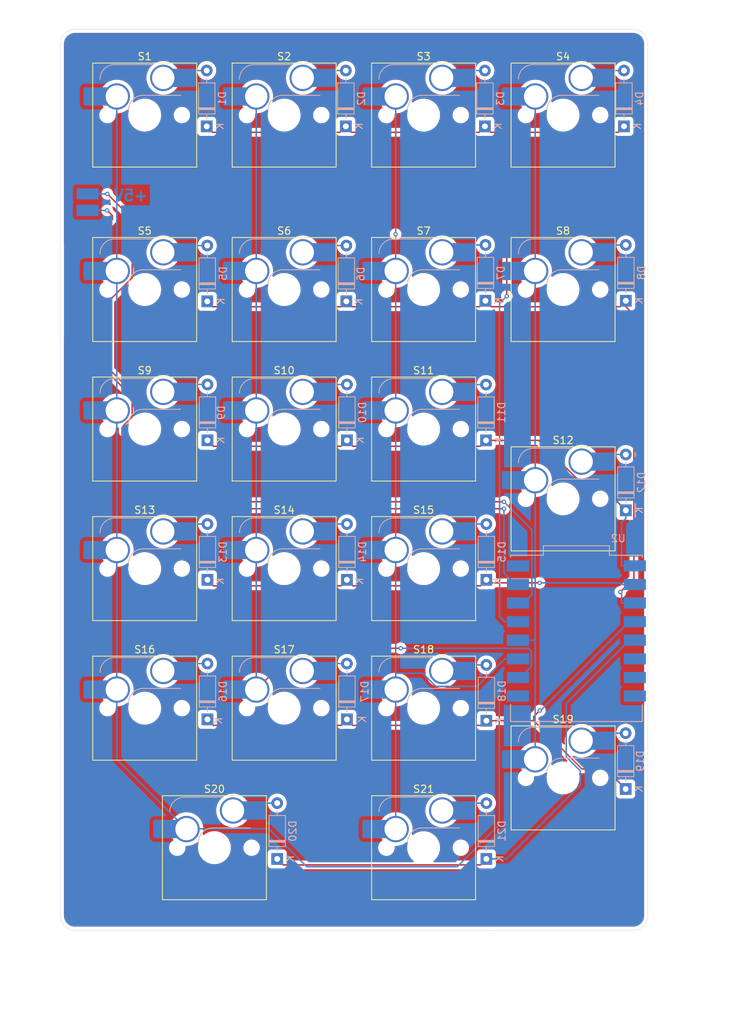
<source format=kicad_pcb>
(kicad_pcb (version 20240108) (generator "pcbnew") (generator_version "8.0")
  (layers (0 "F.Cu" signal) (31 "B.Cu" signal) (34 "B.Paste" user) (35 "F.Paste" user) (36 "B.SilkS" user "B.Silkscreen") (37 "F.SilkS" user "F.Silkscreen") (38 "B.Mask" user) (39 "F.Mask" user) (44 "Edge.Cuts" user))
  (net 0 "")
  (net 1 "Net-(D1-A)")
  (net 2 "Linha 0")
  (net 3 "Net-(D2-A)")
  (net 4 "Net-(D3-A)")
  (net 5 "Net-(D4-A)")
  (net 6 "Net-(D5-A)")
  (net 7 "Linha 1")
  (net 8 "Net-(D6-A)")
  (net 9 "Net-(D7-A)")
  (net 10 "Net-(D8-A)")
  (net 11 "Net-(D9-A)")
  (net 12 "Linha 2")
  (net 13 "Net-(D10-A)")
  (net 14 "Net-(D11-A)")
  (net 15 "Net-(D12-A)")
  (net 16 "Linha 3")
  (net 17 "Net-(D13-A)")
  (net 18 "Net-(D14-A)")
  (net 19 "Net-(D15-A)")
  (net 20 "Net-(D16-A)")
  (net 21 "Linha 4")
  (net 22 "Net-(D18-A)")
  (net 23 "Coluna 0")
  (net 24 "Coluna 1")
  (net 25 "Coluna 2")
  (net 26 "Coluna 3")
  (net 27 "Alimentação +")
  (net 28 "Linha 5")
  (net 29 "Alimentação -")
  (net 30 "Net-(D17-A)")
  (net 31 "Net-(D19-A)")
  (net 32 "Net-(D20-A)")
  (net 33 "Net-(D21-A)")
  (footprint "ScottoKeebs_Hotswap:Hotswap_MX_Plated_1.00u" (layer "F.Cu") (at 93.485 38.6425)
    (property "Reference" "S4")
    (property "Value" "Keyswitch")
  )
  (footprint "ScottoKeebs_Hotswap:Hotswap_MX_Plated_1.00u" (layer "F.Cu") (at 74.435 100.555)
    (property "Reference" "S15")
    (property "Value" "Keyswitch")
  )
  (footprint "ScottoKeebs_Hotswap:Hotswap_MX_Plated_1.00u" (layer "F.Cu") (at 36.335 62.455)
    (property "Reference" "S5")
    (property "Value" "Keyswitch")
  )
  (footprint "ScottoKeebs_Hotswap:Hotswap_MX_Plated_1.00u" (layer "F.Cu") (at 36.335 38.6425)
    (property "Reference" "S1")
    (property "Value" "Keyswitch")
  )
  (footprint "ScottoKeebs_Hotswap:Hotswap_MX_Plated_1.00u" (layer "F.Cu") (at 55.385 38.6425)
    (property "Reference" "S2")
    (property "Value" "Keyswitch")
  )
  (footprint "ScottoKeebs_Hotswap:Hotswap_MX_Plated_1.00u" (layer "F.Cu") (at 36.335 119.605)
    (property "Reference" "S16")
    (property "Value" "Keyswitch")
  )
  (footprint "ScottoKeebs_Hotswap:Hotswap_MX_Plated_1.00u" (layer "F.Cu") (at 55.385 100.555)
    (property "Reference" "S14")
    (property "Value" "Keyswitch")
  )
  (footprint "ScottoKeebs_Hotswap:Hotswap_MX_Plated_1.00u" (layer "F.Cu") (at 74.435 138.655)
    (property "Reference" "S21")
    (property "Value" "Keyswitch")
  )
  (footprint "ScottoKeebs_Hotswap:Hotswap_MX_Plated_1.00u" (layer "F.Cu") (at 74.435 38.6425)
    (property "Reference" "S3")
    (property "Value" "Keyswitch")
  )
  (footprint "ScottoKeebs_Hotswap:Hotswap_MX_Plated_1.00u" (layer "F.Cu") (at 55.385 119.605)
    (property "Reference" "S17")
    (property "Value" "Keyswitch")
  )
  (footprint "ScottoKeebs_Hotswap:Hotswap_MX_Plated_1.00u" (layer "F.Cu") (at 36.335 100.555)
    (property "Reference" "S13")
    (property "Value" "Keyswitch")
  )
  (footprint "" (layer "F.Cu") (at 28.54 49.4)
    (property "Reference" "")
    (property "Value" "")
  )
  (footprint "ScottoKeebs_Hotswap:Hotswap_MX_Plated_1.00u" (layer "F.Cu") (at 45.86 138.655)
    (property "Reference" "S20")
    (property "Value" "Keyswitch")
  )
  (footprint "ScottoKeebs_Hotswap:Hotswap_MX_Plated_1.00u" (layer "F.Cu") (at 55.385 81.505)
    (property "Reference" "S10")
    (property "Value" "Keyswitch")
  )
  (footprint "ScottoKeebs_Hotswap:Hotswap_MX_Plated_1.00u" (layer "F.Cu") (at 93.485 129.13)
    (property "Reference" "S19")
    (property "Value" "Keyswitch")
  )
  (footprint "ScottoKeebs_Hotswap:Hotswap_MX_Plated_1.00u" (layer "F.Cu") (at 55.385 62.455)
    (property "Reference" "S6")
    (property "Value" "Keyswitch")
  )
  (footprint "ScottoKeebs_Hotswap:Hotswap_MX_Plated_1.00u" (layer "F.Cu") (at 74.435 81.505)
    (property "Reference" "S11")
    (property "Value" "Keyswitch")
  )
  (footprint "ScottoKeebs_Hotswap:Hotswap_MX_Plated_1.00u" (layer "F.Cu") (at 93.485 91.03)
    (property "Reference" "S12")
    (property "Value" "Keyswitch")
  )
  (footprint "ScottoKeebs_Hotswap:Hotswap_MX_Plated_1.00u" (layer "F.Cu") (at 74.435 62.455)
    (property "Reference" "S7")
    (property "Value" "Keyswitch")
  )
  (footprint "ScottoKeebs_Hotswap:Hotswap_MX_Plated_1.00u" (layer "F.Cu") (at 93.485 62.455)
    (property "Reference" "S8")
    (property "Value" "Keyswitch")
  )
  (footprint "" (layer "F.Cu") (at 28.54 51.65)
    (property "Reference" "")
    (property "Value" "")
  )
  (footprint "ScottoKeebs_Hotswap:Hotswap_MX_Plated_1.00u" (layer "F.Cu") (at 74.435 119.605)
    (property "Reference" "S18")
    (property "Value" "Keyswitch")
  )
  (footprint "ScottoKeebs_Hotswap:Hotswap_MX_Plated_1.00u" (layer "F.Cu") (at 36.335 81.505)
    (property "Reference" "S9")
    (property "Value" "Keyswitch")
  )
  (footprint "Diode_THT:D_DO-35_SOD27_P7.62mm_Horizontal" (layer "B.Cu") (at 44.91 121.14 90)
    (property "Reference" "D16")
    (property "Value" "Diode")
  )
  (footprint "Diode_THT:D_DO-35_SOD27_P7.62mm_Horizontal" (layer "B.Cu") (at 44.91 102.09 90)
    (property "Reference" "D13")
    (property "Value" "Diode")
  )
  (footprint "Diode_THT:D_DO-35_SOD27_P7.62mm_Horizontal" (layer "B.Cu") (at 82.96 83.05 90)
    (property "Reference" "D11")
    (property "Value" "Diode")
  )
  (footprint "Diode_THT:D_DO-35_SOD27_P7.62mm_Horizontal" (layer "B.Cu") (at 63.96 102.09 90)
    (property "Reference" "D14")
    (property "Value" "Diode")
  )
  (footprint "Diode_THT:D_DO-35_SOD27_P7.62mm_Horizontal" (layer "B.Cu") (at 83.01 121.32 90)
    (property "Reference" "D18")
    (property "Value" "Diode")
  )
  (footprint "Diode_THT:D_DO-35_SOD27_P7.62mm_Horizontal" (layer "B.Cu") (at 101.81 40.18 90)
    (property "Reference" "D4")
    (property "Value" "Diode")
  )
  (footprint "Diode_THT:D_DO-35_SOD27_P7.62mm_Horizontal" (layer "B.Cu") (at 44.81 40.18 90)
    (property "Reference" "D1")
    (property "Value" "Diode")
  )
  (footprint "Diode_THT:D_DO-35_SOD27_P7.62mm_Horizontal" (layer "B.Cu") (at 83.01 102.09 90)
    (property "Reference" "D15")
    (property "Value" "Diode")
  )
  (footprint "Diode_THT:D_DO-35_SOD27_P7.62mm_Horizontal" (layer "B.Cu") (at 102.035 130.64 90)
    (property "Reference" "D19")
    (property "Value" "Diode")
  )
  (footprint "Diode_THT:D_DO-35_SOD27_P7.62mm_Horizontal" (layer "B.Cu") (at 63.81 40.18 90)
    (property "Reference" "D2")
    (property "Value" "Diode")
  )
  (footprint "Diode_THT:D_DO-35_SOD27_P7.62mm_Horizontal" (layer "B.Cu") (at 63.96 121.14 90)
    (property "Reference" "D17")
    (property "Value" "Diode")
  )
  (footprint "Diode_THT:D_DO-35_SOD27_P7.62mm_Horizontal" (layer "B.Cu") (at 63.96 83.04 90)
    (property "Reference" "D10")
    (property "Value" "Diode")
  )
  (footprint "Diode_THT:D_DO-35_SOD27_P7.62mm_Horizontal" (layer "B.Cu") (at 102.06 92.6 90)
    (property "Reference" "D12")
    (property "Value" "Diode")
  )
  (footprint "Diode_THT:D_DO-35_SOD27_P7.62mm_Horizontal" (layer "B.Cu") (at 44.91 83.04 90)
    (property "Reference" "D9")
    (property "Value" "Diode")
  )
  (footprint "Diode_THT:D_DO-35_SOD27_P7.62mm_Horizontal" (layer "B.Cu") (at 54.435 140.19 90)
    (property "Reference" "D20")
    (property "Value" "Diode")
  )
  (footprint "Diode_THT:D_DO-35_SOD27_P7.62mm_Horizontal" (layer "B.Cu") (at 44.885 64.07 90)
    (property "Reference" "D5")
    (property "Value" "Diode")
  )
  (footprint "Diode_THT:D_DO-35_SOD27_P7.62mm_Horizontal" (layer "B.Cu") (at 82.885 63.99 90)
    (property "Reference" "D7")
    (property "Value" "Diode")
  )
  (footprint "Diode_THT:D_DO-35_SOD27_P7.62mm_Horizontal" (layer "B.Cu") (at 82.81 40.18 90)
    (property "Reference" "D3")
    (property "Value" "Diode")
  )
  (footprint "ESP32-C3-SuperMini:ESP32-C3_SUPERMINI" (layer "B.Cu") (at 95.31 110.08 180)
    (property "Reference" "U2")
    (property "Value" "ESP32-C3_SUPERMINI_SMD")
  )
  (footprint "Diode_THT:D_DO-35_SOD27_P7.62mm_Horizontal" (layer "B.Cu") (at 63.885 64.07 90)
    (property "Reference" "D6")
    (property "Value" "Diode")
  )
  (footprint "Diode_THT:D_DO-35_SOD27_P7.62mm_Horizontal" (layer "B.Cu") (at 83.01 140.19 90)
    (property "Reference" "D21")
    (property "Value" "Diode")
  )
  (footprint "Diode_THT:D_DO-35_SOD27_P7.62mm_Horizontal" (layer "B.Cu") (at 102.06 63.99 90)
    (property "Reference" "D8")
    (property "Value" "Diode")
  )
  (gr_arc (start 26.81 149.93) (mid 25.395786 149.344214) (end 24.81 147.93) (stroke (width 0.05)) (layer "Edge.Cuts"))
  (gr_line (start 24.81 122.18) (end 24.81 147.93) (stroke (width 0.05)) (layer "Edge.Cuts"))
  (gr_arc (start 105.06 147.93) (mid 104.474214 149.344214) (end 103.06 149.93) (stroke (width 0.05)) (layer "Edge.Cuts"))
  (gr_line (start 83.81 149.93) (end 26.81 149.93) (stroke (width 0.05)) (layer "Edge.Cuts"))
  (gr_line (start 36.81 26.93) (end 26.81 26.93) (stroke (width 0.05)) (layer "Edge.Cuts"))
  (gr_line (start 36.81 26.93) (end 103.06 26.93) (stroke (width 0.05)) (layer "Edge.Cuts"))
  (gr_line (start 83.81 149.93) (end 103.06 149.93) (stroke (width 0.05)) (layer "Edge.Cuts"))
  (gr_arc (start 24.81 28.93) (mid 25.395786 27.515786) (end 26.81 26.93) (stroke (width 0.05)) (layer "Edge.Cuts"))
  (gr_arc (start 103.06 26.93) (mid 104.474214 27.515786) (end 105.06 28.93) (stroke (width 0.05)) (layer "Edge.Cuts"))
  (gr_line (start 24.81 116.93) (end 24.81 28.93) (stroke (width 0.05)) (layer "Edge.Cuts"))
  (gr_line (start 105.06 112.18) (end 105.06 147.93) (stroke (width 0.05)) (layer "Edge.Cuts"))
  (gr_line (start 24.81 122.18) (end 24.81 116.93) (stroke (width 0.05)) (layer "Edge.Cuts"))
  (gr_line (start 105.06 112.18) (end 105.06 28.93) (stroke (width 0.05)) (layer "Edge.Cuts"))
  (gr_text "+5V\n" (at 36.94 50.49 0) (layer "B.Cu") (effects (font (size 1.5 1.5) (thickness 0.3) (bold yes)) (justify left bottom mirror)))
  (segment (start 42.6575 32.56) (end 42.1563 33.0612) (width 0.2) (layer "B.Cu") (net 1))
  (segment (start 39.3763 33.0612) (end 38.875 33.5625) (width 0.2) (layer "B.Cu") (net 1))
  (segment (start 42.1563 33.0612) (end 39.3763 33.0612) (width 0.2) (layer "B.Cu") (net 1))
  (segment (start 42.1563 33.0612) (end 41.655 33.5625) (width 0.2) (layer "B.Cu") (net 1))
  (segment (start 44.81 32.56) (end 42.6575 32.56) (width 0.2) (layer "B.Cu") (net 1))
  (segment (start 85.792 63.3665) (end 85.792 41.9544) (width 0.2) (layer "F.Cu") (net 2))
  (segment (start 82.81 40.18) (end 83.6225 40.9925) (width 0.2) (layer "F.Cu") (net 2))
  (segment (start 100.998 40.9925) (end 101.81 40.18) (width 0.2) (layer "F.Cu") (net 2))
  (segment (start 63.81 40.18) (end 62.9975 40.9925) (width 0.2) (layer "F.Cu") (net 2))
  (segment (start 62.9975 40.9925) (end 45.6225 40.9925) (width 0.2) (layer "F.Cu") (net 2))
  (segment (start 85.792 41.9544) (end 84.8301 40.9925) (width 0.2) (layer "F.Cu") (net 2))
  (segment (start 83.6225 40.9925) (end 84.8301 40.9925) (width 0.2) (layer "F.Cu") (net 2))
  (segment (start 82.81 40.18) (end 81.9975 40.9925) (width 0.2) (layer "F.Cu") (net 2))
  (segment (start 84.8301 40.9925) (end 100.998 40.9925) (width 0.2) (layer "F.Cu") (net 2))
  (segment (start 45.6225 40.9925) (end 44.81 40.18) (width 0.2) (layer "F.Cu") (net 2))
  (segment (start 81.9975 40.9925) (end 64.6225 40.9925) (width 0.2) (layer "F.Cu") (net 2))
  (segment (start 64.6225 40.9925) (end 63.81 40.18) (width 0.2) (layer "F.Cu") (net 2))
  (via (at 85.792 63.3665) (size 0.6) (drill 0.3) (layers "F.Cu" "B.Cu") (net 2))
  (segment (start 85.5108 107.8) (end 84.8139 107.1031) (width 0.2) (layer "B.Cu") (net 2))
  (segment (start 84.8139 64.3446) (end 85.792 63.3665) (width 0.2) (layer "B.Cu") (net 2))
  (segment (start 87.325 107.8) (end 85.5108 107.8) (width 0.2) (layer "B.Cu") (net 2))
  (segment (start 84.8139 107.1031) (end 84.8139 64.3446) (width 0.2) (layer "B.Cu") (net 2))
  (segment (start 61.2063 33.0612) (end 60.705 33.5625) (width 0.2) (layer "B.Cu") (net 3))
  (segment (start 61.7075 32.56) (end 61.2063 33.0612) (width 0.2) (layer "B.Cu") (net 3))
  (segment (start 61.2063 33.0612) (end 58.4263 33.0612) (width 0.2) (layer "B.Cu") (net 3))
  (segment (start 58.4263 33.0612) (end 57.925 33.5625) (width 0.2) (layer "B.Cu") (net 3))
  (segment (start 63.81 32.56) (end 61.7075 32.56) (width 0.2) (layer "B.Cu") (net 3))
  (segment (start 82.81 32.56) (end 80.7575 32.56) (width 0.2) (layer "B.Cu") (net 4))
  (segment (start 80.2563 33.0612) (end 79.755 33.5625) (width 0.2) (layer "B.Cu") (net 4))
  (segment (start 80.2563 33.0612) (end 77.4763 33.0612) (width 0.2) (layer "B.Cu") (net 4))
  (segment (start 80.7575 32.56) (end 80.2563 33.0612) (width 0.2) (layer "B.Cu") (net 4))
  (segment (start 77.4763 33.0612) (end 76.975 33.5625) (width 0.2) (layer "B.Cu") (net 4))
  (segment (start 96.5263 33.0612) (end 96.025 33.5625) (width 0.2) (layer "B.Cu") (net 5))
  (segment (start 99.3063 33.0612) (end 96.5263 33.0612) (width 0.2) (layer "B.Cu") (net 5))
  (segment (start 99.3063 33.0612) (end 98.805 33.5625) (width 0.2) (layer "B.Cu") (net 5))
  (segment (start 101.81 32.56) (end 99.8075 32.56) (width 0.2) (layer "B.Cu") (net 5))
  (segment (start 99.8075 32.56) (end 99.3063 33.0612) (width 0.2) (layer "B.Cu") (net 5))
  (segment (start 42.1175 56.9125) (end 41.655 57.375) (width 0.2) (layer "B.Cu") (net 6))
  (segment (start 42.1175 56.9125) (end 39.3375 56.9125) (width 0.2) (layer "B.Cu") (net 6))
  (segment (start 44.885 56.45) (end 42.58 56.45) (width 0.2) (layer "B.Cu") (net 6))
  (segment (start 39.3375 56.9125) (end 38.875 57.375) (width 0.2) (layer "B.Cu") (net 6))
  (segment (start 42.58 56.45) (end 42.1175 56.9125) (width 0.2) (layer "B.Cu") (net 6))
  (segment (start 102.06 63.99) (end 101.6525 64.3975) (width 0.2) (layer "F.Cu") (net 7))
  (segment (start 63.15 64.805) (end 45.62 64.805) (width 0.2) (layer "F.Cu") (net 7))
  (segment (start 103.1617 65.9067) (end 103.1617 101.8931) (width 0.2) (layer "F.Cu") (net 7))
  (segment (start 82.885 63.99) (end 82.07 64.805) (width 0.2) (layer "F.Cu") (net 7))
  (segment (start 101.6525 64.3975) (end 101.245 64.805) (width 0.2) (layer "F.Cu") (net 7))
  (segment (start 101.245 64.805) (end 83.7 64.805) (width 0.2) (layer "F.Cu") (net 7))
  (segment (start 82.07 64.805) (end 64.62 64.805) (width 0.2) (layer "F.Cu") (net 7))
  (segment (start 63.885 64.07) (end 63.15 64.805) (width 0.2) (layer "F.Cu") (net 7))
  (segment (start 101.6525 64.3975) (end 103.1617 65.9067) (width 0.2) (layer "F.Cu") (net 7))
  (segment (start 45.62 64.805) (end 44.885 64.07) (width 0.2) (layer "F.Cu") (net 7))
  (segment (start 83.7 64.805) (end 82.885 63.99) (width 0.2) (layer "F.Cu") (net 7))
  (segment (start 103.1617 101.8931) (end 101.3125 103.7423) (width 0.2) (layer "F.Cu") (net 7))
  (segment (start 64.62 64.805) (end 63.885 64.07) (width 0.2) (layer "F.Cu") (net 7))
  (via (at 101.3125 103.7423) (size 0.6) (drill 0.3) (layers "F.Cu" "B.Cu") (net 7))
  (segment (start 101.4808 103.9106) (end 101.3125 103.7423) (width 0.2) (layer "B.Cu") (net 7))
  (segment (start 101.4808 105.26) (end 101.4808 103.9106) (width 0.2) (layer "B.Cu") (net 7))
  (segment (start 103.295 105.26) (end 101.4808 105.26) (width 0.2) (layer "B.Cu") (net 7))
  (segment (start 58.3875 56.9125) (end 57.925 57.375) (width 0.2) (layer "B.Cu") (net 8))
  (segment (start 61.1675 56.9125) (end 58.3875 56.9125) (width 0.2) (layer "B.Cu") (net 8))
  (segment (start 61.1675 56.9125) (end 60.705 57.375) (width 0.2) (layer "B.Cu") (net 8))
  (segment (start 63.885 56.45) (end 61.63 56.45) (width 0.2) (layer "B.Cu") (net 8))
  (segment (start 61.63 56.45) (end 61.1675 56.9125) (width 0.2) (layer "B.Cu") (net 8))
  (segment (start 80.2575 56.8725) (end 77.4775 56.8725) (width 0.2) (layer "B.Cu") (net 9))
  (segment (start 77.4775 56.8725) (end 76.975 57.375) (width 0.2) (layer "B.Cu") (net 9))
  (segment (start 80.76 56.37) (end 80.2575 56.8725) (width 0.2) (layer "B.Cu") (net 9))
  (segment (start 82.885 56.37) (end 80.76 56.37) (width 0.2) (layer "B.Cu") (net 9))
  (segment (start 99.81 56.37) (end 99.3075 56.8725) (width 0.2) (layer "B.Cu") (net 10))
  (segment (start 99.3075 56.8725) (end 98.805 57.375) (width 0.2) (layer "B.Cu") (net 10))
  (segment (start 102.06 56.37) (end 99.81 56.37) (width 0.2) (layer "B.Cu") (net 10))
  (segment (start 96.5275 56.8725) (end 96.025 57.375) (width 0.2) (layer "B.Cu") (net 10))
  (segment (start 99.3075 56.8725) (end 96.5275 56.8725) (width 0.2) (layer "B.Cu") (net 10))
  (segment (start 39.3775 75.9225) (end 38.875 76.425) (width 0.2) (layer "B.Cu") (net 11))
  (segment (start 42.1575 75.9225) (end 39.3775 75.9225) (width 0.2) (layer "B.Cu") (net 11))
  (segment (start 44.91 75.42) (end 42.66 75.42) (width 0.2) (layer "B.Cu") (net 11))
  (segment (start 42.1575 75.9225) (end 41.655 76.425) (width 0.2) (layer "B.Cu") (net 11))
  (segment (start 42.66 75.42) (end 42.1575 75.9225) (width 0.2) (layer "B.Cu") (net 11))
  (segment (start 82.155 83.855) (end 64.775 83.855) (width 0.2) (layer "F.Cu") (net 12))
  (segment (start 90.1552 83.05) (end 96.9102 89.805) (width 0.2) (layer "F.Cu") (net 12))
  (segment (start 63.145 83.855) (end 45.725 83.855) (width 0.2) (layer "F.Cu") (net 12))
  (segment (start 96.9102 89.805) (end 99.265 89.805) (width 0.2) (layer "F.Cu") (net 12))
  (segment (start 64.775 83.855) (end 63.96 83.04) (width 0.2) (layer "F.Cu") (net 12))
  (segment (start 82.96 83.05) (end 82.155 83.855) (width 0.2) (layer "F.Cu") (net 12))
  (segment (start 82.96 83.05) (end 90.1552 83.05) (width 0.2) (layer "F.Cu") (net 12))
  (segment (start 63.96 83.04) (end 63.145 83.855) (width 0.2) (layer "F.Cu") (net 12))
  (segment (start 99.265 89.805) (end 102.06 92.6) (width 0.2) (layer "F.Cu") (net 12))
  (segment (start 45.725 83.855) (end 44.91 83.04) (width 0.2) (layer "F.Cu") (net 12))
  (segment (start 102.06 93.7017) (end 101.4808 94.2809) (width 0.2) (layer "B.Cu") (net 12))
  (segment (start 103.295 100.18) (end 101.4808 100.18) (width 0.2) (layer "B.Cu") (net 12))
  (segment (start 102.06 92.6) (end 102.06 93.7017) (width 0.2) (layer "B.Cu") (net 12))
  (segment (start 101.4808 94.2809) (end 101.4808 100.18) (width 0.2) (layer "B.Cu") (net 12))
  (segment (start 61.2075 75.9225) (end 58.4275 75.9225) (width 0.2) (layer "B.Cu") (net 13))
  (segment (start 61.2075 75.9225) (end 60.705 76.425) (width 0.2) (layer "B.Cu") (net 13))
  (segment (start 63.96 75.42) (end 61.71 75.42) (width 0.2) (layer "B.Cu") (net 13))
  (segment (start 61.71 75.42) (end 61.2075 75.9225) (width 0.2) (layer "B.Cu") (net 13))
  (segment (start 58.4275 75.9225) (end 57.925 76.425) (width 0.2) (layer "B.Cu") (net 13))
  (segment (start 80.2525 75.9275) (end 77.4725 75.9275) (width 0.2) (layer "B.Cu") (net 14))
  (segment (start 82.96 75.43) (end 80.75 75.43) (width 0.2) (layer "B.Cu") (net 14))
  (segment (start 80.75 75.43) (end 80.2525 75.9275) (width 0.2) (layer "B.Cu") (net 14))
  (segment (start 80.2525 75.9275) (end 79.755 76.425) (width 0.2) (layer "B.Cu") (net 14))
  (segment (start 77.4725 75.9275) (end 76.975 76.425) (width 0.2) (layer "B.Cu") (net 14))
  (segment (start 99.29 85.465) (end 98.805 85.95) (width 0.2) (layer "B.Cu") (net 15))
  (segment (start 96.51 85.465) (end 96.025 85.95) (width 0.2) (layer "B.Cu") (net 15))
  (segment (start 99.29 85.465) (end 96.51 85.465) (width 0.2) (layer "B.Cu") (net 15))
  (segment (start 102.06 84.98) (end 99.775 84.98) (width 0.2) (layer "B.Cu") (net 15))
  (segment (start 99.775 84.98) (end 99.29 85.465) (width 0.2) (layer "B.Cu") (net 15))
  (segment (start 82.195 102.905) (end 82.6025 102.4975) (width 0.2) (layer "F.Cu") (net 16))
  (segment (start 44.91 102.09) (end 45.725 102.905) (width 0.2) (layer "F.Cu") (net 16))
  (segment (start 64.775 102.905) (end 82.195 102.905) (width 0.2) (layer "F.Cu") (net 16))
  (segment (start 63.145 102.905) (end 63.96 102.09) (width 0.2) (layer "F.Cu") (net 16))
  (segment (start 82.6025 102.4975) (end 83.01 102.09) (width 0.2) (layer "F.Cu") (net 16))
  (segment (start 63.96 102.09) (end 64.775 102.905) (width 0.2) (layer "F.Cu") (net 16))
  (segment (start 82.6025 102.4975) (end 90.2787 102.4975) (width 0.2) (layer "F.Cu") (net 16))
  (segment (start 45.725 102.905) (end 63.145 102.905) (width 0.2) (layer "F.Cu") (net 16))
  (via (at 90.2787 102.4975) (size 0.6) (drill 0.3) (layers "F.Cu" "B.Cu") (net 16))
  (segment (start 101.2583 102.4975) (end 90.2787 102.4975) (width 0.2) (layer "B.Cu") (net 16))
  (segment (start 103.295 102.72) (end 101.4808 102.72) (width 0.2) (layer "B.Cu") (net 16))
  (segment (start 101.4808 102.72) (end 101.2583 102.4975) (width 0.2) (layer "B.Cu") (net 16))
  (segment (start 42.66 94.47) (end 42.1575 94.9725) (width 0.2) (layer "B.Cu") (net 17))
  (segment (start 44.91 94.47) (end 42.66 94.47) (width 0.2) (layer "B.Cu") (net 17))
  (segment (start 39.3775 94.9725) (end 38.875 95.475) (width 0.2) (layer "B.Cu") (net 17))
  (segment (start 42.1575 94.9725) (end 41.655 95.475) (width 0.2) (layer "B.Cu") (net 17))
  (segment (start 42.1575 94.9725) (end 39.3775 94.9725) (width 0.2) (layer "B.Cu") (net 17))
  (segment (start 61.2075 94.9725) (end 58.4275 94.9725) (width 0.2) (layer "B.Cu") (net 18))
  (segment (start 58.4275 94.9725) (end 57.925 95.475) (width 0.2) (layer "B.Cu") (net 18))
  (segment (start 61.71 94.47) (end 61.2075 94.9725) (width 0.2) (layer "B.Cu") (net 18))
  (segment (start 63.96 94.47) (end 61.71 94.47) (width 0.2) (layer "B.Cu") (net 18))
  (segment (start 61.2075 94.9725) (end 60.705 95.475) (width 0.2) (layer "B.Cu") (net 18))
  (segment (start 80.76 94.47) (end 80.2575 94.9725) (width 0.2) (layer "B.Cu") (net 19))
  (segment (start 83.01 94.47) (end 80.76 94.47) (width 0.2) (layer "B.Cu") (net 19))
  (segment (start 80.2575 94.9725) (end 79.755 95.475) (width 0.2) (layer "B.Cu") (net 19))
  (segment (start 77.4775 94.9725) (end 76.975 95.475) (width 0.2) (layer "B.Cu") (net 19))
  (segment (start 80.2575 94.9725) (end 77.4775 94.9725) (width 0.2) (layer "B.Cu") (net 19))
  (segment (start 38.88 114.52) (end 38.875 114.525) (width 0.2) (layer "F.Cu") (net 20))
  (segment (start 44.91 113.52) (end 42.66 113.52) (width 0.2) (layer "B.Cu") (net 20))
  (segment (start 42.1575 114.0225) (end 41.655 114.525) (width 0.2) (layer "B.Cu") (net 20))
  (segment (start 39.3775 114.0225) (end 38.875 114.525) (width 0.2) (layer "B.Cu") (net 20))
  (segment (start 42.1575 114.0225) (end 39.3775 114.0225) (width 0.2) (layer "B.Cu") (net 20))
  (segment (start 42.66 113.52) (end 42.1575 114.0225) (width 0.2) (layer "B.Cu") (net 20))
  (segment (start 83.01 121.32) (end 89.48 121.32) (width 0.2) (layer "F.Cu") (net 21))
  (segment (start 82.375 121.955) (end 64.775 121.955) (width 0.2) (layer "F.Cu") (net 21))
  (segment (start 90.31 119.93) (end 89.48 120.76) (width 0.2) (layer "F.Cu") (net 21))
  (segment (start 45.725 121.955) (end 44.91 121.14) (width 0.2) (layer "F.Cu") (net 21))
  (segment (start 64.775 121.955) (end 63.96 121.14) (width 0.2) (layer "F.Cu") (net 21))
  (segment (start 63.145 121.955) (end 45.725 121.955) (width 0.2) (layer "F.Cu") (net 21))
  (segment (start 89.48 121.32) (end 96.065 127.905) (width 0.2) (layer "F.Cu") (net 21))
  (segment (start 83.01 121.32) (end 82.375 121.955) (width 0.2) (layer "F.Cu") (net 21))
  (segment (start 96.065 127.905) (end 99.3 127.905) (width 0.2) (layer "F.Cu") (net 21))
  (segment (start 63.96 121.14) (end 63.145 121.955) (width 0.2) (layer "F.Cu") (net 21))
  (segment (start 89.48 120.76) (end 89.48 121.32) (width 0.2) (layer "F.Cu") (net 21))
  (segment (start 99.3 127.905) (end 102.035 130.64) (width 0.2) (layer "F.Cu") (net 21))
  (via (at 90.31 119.93) (size 0.6) (drill 0.3) (layers "F.Cu" "B.Cu") (net 21))
  (segment (start 102.5445 107.8) (end 90.4145 119.93) (width 0.2) (layer "B.Cu") (net 21))
  (segment (start 90.4145 119.93) (end 90.31 119.93) (width 0.2) (layer "B.Cu") (net 21))
  (segment (start 103.295 107.8) (end 102.5445 107.8) (width 0.2) (layer "B.Cu") (net 21))
  (segment (start 76.98 114.52) (end 76.975 114.525) (width 0.2) (layer "F.Cu") (net 22))
  (segment (start 83.01 113.7) (end 80.58 113.7) (width 0.2) (layer "B.Cu") (net 22))
  (segment (start 80.1675 114.1125) (end 79.755 114.525) (width 0.2) (layer "B.Cu") (net 22))
  (segment (start 80.1675 114.1125) (end 77.3875 114.1125) (width 0.2) (layer "B.Cu") (net 22))
  (segment (start 77.3875 114.1125) (end 76.975 114.525) (width 0.2) (layer "B.Cu") (net 22))
  (segment (start 80.58 113.7) (end 80.1675 114.1125) (width 0.2) (layer "B.Cu") (net 22))
  (segment (start 32.525 109.985) (end 32.525 117.065) (width 0.2) (layer "B.Cu") (net 23))
  (segment (start 32.525 78.965) (end 32.525 98.015) (width 0.2) (layer "B.Cu") (net 23))
  (segment (start 42.09 136.075) (end 42.05 136.115) (width 0.2) (layer "B.Cu") (net 23))
  (segment (start 84.7743 135.5047) (end 79.0302 141.2488) (width 0.2) (layer "B.Cu") (net 23))
  (segment (start 39.275 133.34) (end 42.05 136.115) (width 0.2) (layer "B.Cu") (net 23))
  (segment (start 32.525 98.6725) (end 30.4075 98.6725) (width 0.2) (layer "B.Cu") (net 23))
  (segment (start 79.0302 141.2488) (end 58.473 141.2488) (width 0.2) (layer "B.Cu") (net 23))
  (segment (start 30.4075 36.76) (end 29.75 36.1025) (width 0.2) (layer "B.Cu") (net 23))
  (segment (start 85.5108 117.96) (end 84.7743 118.6965) (width 0.2) (layer "B.Cu") (net 23))
  (segment (start 58.473 141.2488) (end 53.2992 136.075) (width 0.2) (layer "B.Cu") (net 23))
  (segment (start 87.325 117.96) (end 85.5108 117.96) (width 0.2) (layer "B.Cu") (net 23))
  (segment (start 30.4075 98.6725) (end 29.75 98.015) (width 0.2) (layer "B.Cu") (net 23))
  (segment (start 32.525 126.59) (end 39.275 133.34) (width 0.2) (layer "B.Cu") (net 23))
  (segment (start 53.2992 136.075) (end 42.09 136.075) (width 0.2) (layer "B.Cu") (net 23))
  (segment (start 29.75 78.965) (end 32.525 78.965) (width 0.2) (layer "B.Cu") (net 23))
  (segment (start 32.525 98.015) (end 32.525 98.6725) (width 0.2) (layer "B.Cu") (net 23))
  (segment (start 32.525 98.6725) (end 32.525 109.985) (width 0.2) (layer "B.Cu") (net 23))
  (segment (start 32.525 117.065) (end 32.525 126.59) (width 0.2) (layer "B.Cu") (net 23))
  (segment (start 32.525 36.76) (end 30.4075 36.76) (width 0.2) (layer "B.Cu") (net 23))
  (segment (start 32.525 50.4537) (end 32.525 59.915) (width 0.2) (layer "B.Cu") (net 23))
  (segment (start 32.525 59.915) (end 32.525 78.965) (width 0.2) (layer "B.Cu") (net 23))
  (segment (start 32.525 36.1025) (end 32.525 36.76) (width 0.2) (layer "B.Cu") (net 23))
  (segment (start 32.525 36.76) (end 32.525 50.4537) (width 0.2) (layer "B.Cu") (net 23))
  (segment (start 84.7743 118.6965) (end 84.7743 135.5047) (width 0.2) (layer "B.Cu") (net 23))
  (segment (start 71.31 111.43) (end 57.21 111.43) (width 0.2) (layer "F.Cu") (net 24))
  (segment (start 57.21 111.43) (end 51.575 117.065) (width 0.2) (layer "F.Cu") (net 24))
  (via (at 71.31 111.43) (size 0.6) (drill 0.3) (layers "F.Cu" "B.Cu") (net 24))
  (segment (start 51.575 36.1025) (end 51.575 36.76) (width 0.2) (layer "B.Cu") (net 24))
  (segment (start 87.325 115.42) (end 87.6595 115.42) (width 0.2) (layer "B.Cu") (net 24))
  (segment (start 88.7495 111.43) (end 71.31 111.43) (width 0.2) (layer "B.Cu") (net 24))
  (segment (start 51.575 60.5725) (end 51.575 74.4964) (width 0.2) (layer "B.Cu") (net 24))
  (segment (start 51.575 74.4964) (end 51.575 78.965) (width 0.2) (layer "B.Cu") (net 24))
  (segment (start 49.4575 36.76) (end 48.8 36.1025) (width 0.2) (layer "B.Cu") (net 24))
  (segment (start 51.575 98.6725) (end 51.575 112.5964) (width 0.2) (layer "B.Cu") (net 24))
  (segment (start 51.575 59.915) (end 51.575 60.5725) (width 0.2) (layer "B.Cu") (net 24))
  (segment (start 49.4575 60.5725) (end 48.8 59.915) (width 0.2) (layer "B.Cu") (net 24))
  (segment (start 51.575 60.5725) (end 49.4575 60.5725) (width 0.2) (layer "B.Cu") (net 24))
  (segment (start 89.1375 111.818) (end 88.7495 111.43) (width 0.2) (layer "B.Cu") (net 24))
  (segment (start 51.575 98.015) (end 51.575 98.6725) (width 0.2) (layer "B.Cu") (net 24))
  (segment (start 89.1375 113.942) (end 89.1375 111.818) (width 0.2) (layer "B.Cu") (net 24))
  (segment (start 87.6595 115.42) (end 89.1375 113.942) (width 0.2) (layer "B.Cu") (net 24))
  (segment (start 49.4575 98.6725) (end 48.8 98.015) (width 0.2) (layer "B.Cu") (net 24))
  (segment (start 51.575 36.76) (end 49.4575 36.76) (width 0.2) (layer "B.Cu") (net 24))
  (segment (start 51.575 98.6725) (end 49.4575 98.6725) (width 0.2) (layer "B.Cu") (net 24))
  (segment (start 51.575 112.5964) (end 51.575 117.065) (width 0.2) (layer "B.Cu") (net 24))
  (segment (start 51.575 36.76) (end 51.575 59.915) (width 0.2) (layer "B.Cu") (net 24))
  (segment (start 51.575 78.965) (end 51.575 98.015) (width 0.2) (layer "B.Cu") (net 24))
  (via (at 70.61 54.9025) (size 0.6) (drill 0.3) (layers "F.Cu" "B.Cu") (net 25))
  (segment (start 68.5075 98.6725) (end 67.85 98.015) (width 0.2) (layer "B.Cu") (net 25))
  (segment (start 70.625 114.8307) (end 74.3085 114.8307) (width 0.2) (layer "B.Cu") (net 25))
  (segment (start 70.625 117.065) (end 70.625 129.0775) (width 0.2) (layer "B.Cu") (net 25))
  (segment (start 70.625 36.1025) (end 70.625 36.76) (width 0.2) (layer "B.Cu") (net 25))
  (segment (start 70.625 59.915) (end 70.625 60.5725) (width 0.2) (layer "B.Cu") (net 25))
  (segment (start 70.625 74.4964) (end 70.625 78.965) (width 0.2) (layer "B.Cu") (net 25))
  (segment (start 70.625 98.015) (end 70.625 98.6725) (width 0.2) (layer "B.Cu") (net 25))
  (segment (start 68.5075 60.5725) (end 67.85 59.915) (width 0.2) (layer "B.Cu") (net 25))
  (segment (start 76.1045 116.6267) (end 81.7641 116.6267) (width 0.2) (layer "B.Cu") (net 25))
  (segment (start 70.625 98.6725) (end 70.625 112.5964) (width 0.2) (layer "B.Cu") (net 25))
  (segment (start 70.625 60.5725) (end 70.625 74.4964) (width 0.2) (layer "B.Cu") (net 25))
  (segment (start 70.625 129.0775) (end 70.625 136.115) (width 0.2) (layer "B.Cu") (net 25))
  (segment (start 70.625 54.9175) (end 70.625 59.915) (width 0.2) (layer "B.Cu") (net 25))
  (segment (start 70.625 112.5964) (end 70.625 114.8307) (width 0.2) (layer "B.Cu") (net 25))
  (segment (start 74.3085 114.8307) (end 76.1045 116.6267) (width 0.2) (layer "B.Cu") (net 25))
  (segment (start 81.7641 116.6267) (end 85.5108 112.88) (width 0.2) (layer "B.Cu") (net 25))
  (segment (start 70.625 36.76) (end 68.5075 36.76) (width 0.2) (layer "B.Cu") (net 25))
  (segment (start 87.325 112.88) (end 85.5108 112.88) (width 0.2) (layer "B.Cu") (net 25))
  (segment (start 70.625 36.76) (end 70.625 54.9175) (width 0.2) (layer "B.Cu") (net 25))
  (segment (start 70.625 60.5725) (end 68.5075 60.5725) (width 0.2) (layer "B.Cu") (net 25))
  (segment (start 68.5075 36.76) (end 67.85 36.1025) (width 0.2) (layer "B.Cu") (net 25))
  (segment (start 70.625 114.8307) (end 70.625 117.065) (width 0.2) (layer "B.Cu") (net 25))
  (segment (start 70.625 98.6725) (end 68.5075 98.6725) (width 0.2) (layer "B.Cu") (net 25))
  (segment (start 70.61 54.9025) (end 70.625 54.9175) (width 0.2) (layer "B.Cu") (net 25))
  (segment (start 70.625 78.965) (end 70.625 98.015) (width 0.2) (layer "B.Cu") (net 25))
  (segment (start 89.675 36.1025) (end 89.675 36.76) (width 0.2) (layer "B.Cu") (net 26))
  (segment (start 87.5575 36.76) (end 86.9 36.1025) (width 0.2) (layer "B.Cu") (net 26))
  (segment (start 89.675 110.34) (end 89.675 122.706) (width 0.2) (layer "B.Cu") (net 26))
  (segment (start 87.5575 60.5725) (end 86.9 59.915) (width 0.2) (layer "B.Cu") (net 26))
  (segment (start 89.675 59.915) (end 89.675 60.5725) (width 0.2) (layer "B.Cu") (net 26))
  (segment (start 89.675 86.22) (end 89.675 88.49) (width 0.2) (layer "B.Cu") (net 26))
  (segment (start 89.675 60.5725) (end 87.5575 60.5725) (width 0.2) (layer "B.Cu") (net 26))
  (segment (start 86.9 125.481) (end 86.9 126.59) (width 0.2) (layer "B.Cu") (net 26))
  (segment (start 89.675 36.76) (end 87.5575 36.76) (width 0.2) (layer "B.Cu") (net 26))
  (segment (start 89.675 36.76) (end 89.675 59.915) (width 0.2) (layer "B.Cu") (net 26))
  (segment (start 89.675 110.34) (end 87.325 110.34) (width 0.2) (layer "B.Cu") (net 26))
  (segment (start 89.675 88.49) (end 89.675 110.34) (width 0.2) (layer "B.Cu") (net 26))
  (segment (start 89.675 60.5725) (end 89.675 86.22) (width 0.2) (layer "B.Cu") (net 26))
  (segment (start 89.675 122.706) (end 89.675 126.59) (width 0.2) (layer "B.Cu") (net 26))
  (segment (start 89.865 126.4) (end 89.675 126.59) (width 0.2) (layer "B.Cu") (net 26))
  (segment (start 34.625 60.841598) (end 34.625 52.795) (width 0.2) (layer "F.Cu") (net 27))
  (segment (start 31.56 63.906598) (end 34.625 60.841598) (width 0.2) (layer "F.Cu") (net 27))
  (segment (start 31.56 73.406598) (end 31.56 63.906598) (width 0.2) (layer "F.Cu") (net 27))
  (segment (start 85.4139 91.43) (end 49.583402 91.43) (width 0.2) (layer "F.Cu") (net 27))
  (segment (start 49.583402 91.43) (end 31.56 73.406598) (width 0.2) (layer "F.Cu") (net 27))
  (segment (start 34.625 52.795) (end 31.23 49.4) (width 0.2) (layer "F.Cu") (net 27))
  (via (at 31.23 49.4) (size 0.6) (drill 0.3) (layers "F.Cu" "B.Cu") (net 27))
  (via (at 85.4139 91.43) (size 0.6) (drill 0.3) (layers "F.Cu" "B.Cu") (net 27))
  (segment (start 31.23 49.4) (end 28.54 49.4) (width 0.2) (layer "B.Cu") (net 27))
  (segment (start 89.23 95.2461) (end 89.23 104.1055) (width 0.2) (layer "B.Cu") (net 27))
  (segment (start 89.23 104.1055) (end 88.0755 105.26) (width 0.2) (layer "B.Cu") (net 27))
  (segment (start 88.0755 105.26) (end 87.325 105.26) (width 0.2) (layer "B.Cu") (net 27))
  (segment (start 85.31 91.43) (end 85.4139 91.43) (width 0.2) (layer "B.Cu") (net 27))
  (segment (start 85.4139 91.43) (end 89.23 95.2461) (width 0.2) (layer "B.Cu") (net 27))
  (segment (start 83.01 140.19) (end 82.195 141.005) (width 0.2) (layer "F.Cu") (net 28))
  (segment (start 82.195 141.005) (end 55.25 141.005) (width 0.2) (layer "F.Cu") (net 28))
  (segment (start 55.25 141.005) (end 54.435 140.19) (width 0.2) (layer "F.Cu") (net 28))
  (segment (start 102.5445 110.34) (end 93.925 118.9595) (width 0.2) (layer "B.Cu") (net 28))
  (segment (start 85.748402 140.19) (end 83.01 140.19) (width 0.2) (layer "B.Cu") (net 28))
  (segment (start 95.835 128.156598) (end 95.835 130.103402) (width 0.2) (layer "B.Cu") (net 28))
  (segment (start 103.295 110.34) (end 102.5445 110.34) (width 0.2) (layer "B.Cu") (net 28))
  (segment (start 93.925 118.9595) (end 93.925 126.246598) (width 0.2) (layer "B.Cu") (net 28))
  (segment (start 93.925 126.246598) (end 95.835 128.156598) (width 0.2) (layer "B.Cu") (net 28))
  (segment (start 95.835 130.103402) (end 85.748402 140.19) (width 0.2) (layer "B.Cu") (net 28))
  (segment (start 25.63 57.1) (end 28.63 54.1) (width 0.2) (layer "F.Cu") (net 29))
  (segment (start 34.625 79.834849) (end 34.625 77.105) (width 0.2) (layer "F.Cu") (net 29))
  (segment (start 85.4139 92.382428) (end 43.889026 92.382428) (width 0.2) (layer "F.Cu") (net 29))
  (segment (start 31.94 52.38) (end 31.21 51.65) (width 0.2) (layer "F.Cu") (net 29))
  (segment (start 33.394849 81.888251) (end 33.394849 81.065) (width 0.2) (layer "F.Cu") (net 29))
  (segment (start 28.63 54.1) (end 30.73 54.1) (width 0.2) (layer "F.Cu") (net 29))
  (segment (start 25.63 68.11) (end 25.63 57.1) (width 0.2) (layer "F.Cu") (net 29))
  (segment (start 33.394849 81.065) (end 34.625 79.834849) (width 0.2) (layer "F.Cu") (net 29))
  (segment (start 31.94 52.89) (end 31.94 52.38) (width 0.2) (layer "F.Cu") (net 29))
  (segment (start 34.625 77.105) (end 25.63 68.11) (width 0.2) (layer "F.Cu") (net 29))
  (segment (start 43.889026 92.382428) (end 33.394849 81.888251) (width 0.2) (layer "F.Cu") (net 29))
  (segment (start 30.73 54.1) (end 31.94 52.89) (width 0.2) (layer "F.Cu") (net 29))
  (via (at 85.4139 92.382428) (size 0.6) (drill 0.3) (layers "F.Cu" "B.Cu") (net 29))
  (via (at 31.21 51.65) (size 0.6) (drill 0.3) (layers "F.Cu" "B.Cu") (net 29))
  (segment (start 86.9905 102.72) (end 85.41 101.1395) (width 0.2) (layer "B.Cu") (net 29))
  (segment (start 85.41 101.1395) (end 85.41 92.378528) (width 0.2) (layer "B.Cu") (net 29))
  (segment (start 31.21 51.65) (end 28.54 51.65) (width 0.2) (layer "B.Cu") (net 29))
  (segment (start 85.41 92.378528) (end 85.4139 92.382428) (width 0.2) (layer "B.Cu") (net 29))
  (segment (start 87.325 102.72) (end 86.9905 102.72) (width 0.2) (layer "B.Cu") (net 29))
  (segment (start 57.93 114.52) (end 57.925 114.525) (width 0.2) (layer "F.Cu") (net 30))
  (segment (start 63.96 113.52) (end 61.71 113.52) (width 0.2) (layer "B.Cu") (net 30))
  (segment (start 58.4275 114.0225) (end 57.925 114.525) (width 0.2) (layer "B.Cu") (net 30))
  (segment (start 61.2075 114.0225) (end 58.4275 114.0225) (width 0.2) (layer "B.Cu") (net 30))
  (segment (start 61.71 113.52) (end 61.2075 114.0225) (width 0.2) (layer "B.Cu") (net 30))
  (segment (start 61.2075 114.0225) (end 60.705 114.525) (width 0.2) (layer "B.Cu") (net 30))
  (segment (start 99.835 123.02) (end 99.32 123.535) (width 0.2) (layer "B.Cu") (net 31))
  (segment (start 96.54 123.535) (end 96.025 124.05) (width 0.2) (layer "B.Cu") (net 31))
  (segment (start 102.035 123.02) (end 99.835 123.02) (width 0.2) (layer "B.Cu") (net 31))
  (segment (start 99.32 123.535) (end 96.54 123.535) (width 0.2) (layer "B.Cu") (net 31))
  (segment (start 99.32 123.535) (end 98.805 124.05) (width 0.2) (layer "B.Cu") (net 31))
  (segment (start 52.185 132.57) (end 51.6825 133.0725) (width 0.2) (layer "B.Cu") (net 32))
  (segment (start 51.6825 133.0725) (end 51.18 133.575) (width 0.2) (layer "B.Cu") (net 32))
  (segment (start 54.435 132.57) (end 52.185 132.57) (width 0.2) (layer "B.Cu") (net 32))
  (segment (start 48.9025 133.0725) (end 48.4 133.575) (width 0.2) (layer "B.Cu") (net 32))
  (segment (start 51.6825 133.0725) (end 48.9025 133.0725) (width 0.2) (layer "B.Cu") (net 32))
  (segment (start 80.2575 133.0725) (end 77.4775 133.0725) (width 0.2) (layer "B.Cu") (net 33))
  (segment (start 80.2575 133.0725) (end 79.755 133.575) (width 0.2) (layer "B.Cu") (net 33))
  (segment (start 83.01 132.57) (end 80.76 132.57) (width 0.2) (layer "B.Cu") (net 33))
  (segment (start 80.76 132.57) (end 80.2575 133.0725) (width 0.2) (layer "B.Cu") (net 33))
  (segment (start 77.4775 133.0725) (end 76.975 133.575) (width 0.2) (layer "B.Cu") (net 33))
  (zone (net 0) (net_name "") (layers "F&B.Cu") (connect_pads (clearance 0.5)) (min_thickness 0.25) (fill yes (thermal_gap 0.5) (thermal_bridge_width 0.5) (island_removal_mode 1) (island_area_min 10))
    (polygon (pts (xy 16.82 22.93) (xy 116.3 23.08) (xy 116.3 162.75) (xy 16.57 162.75) (xy 16.57 22.93)))
  )
)
</source>
